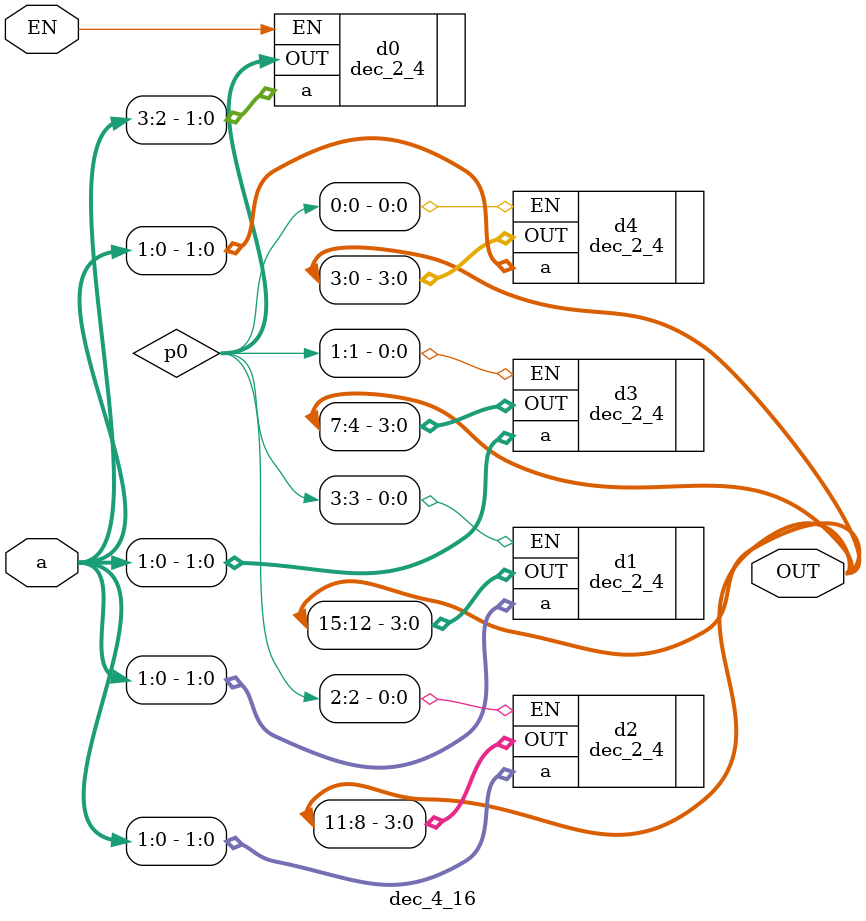
<source format=v>
module dec_4_16(
    input wire[3:0] a,
    input wire EN,
    output wire[15:0] OUT
    );
    wire[3:0] p0;
    dec_2_4 d0(.a(a[3:2]), .EN(EN), .OUT(p0));
    dec_2_4 d1(.a(a[1:0]), .EN(p0[3]), .OUT(OUT[15:12]));
    dec_2_4 d2(.a(a[1:0]), .EN(p0[2]), .OUT(OUT[11:8]));
    dec_2_4 d3(.a(a[1:0]), .EN(p0[1]), .OUT(OUT[7:4]));
    dec_2_4 d4(.a(a[1:0]), .EN(p0[0]), .OUT(OUT[3:0]));
endmodule

</source>
